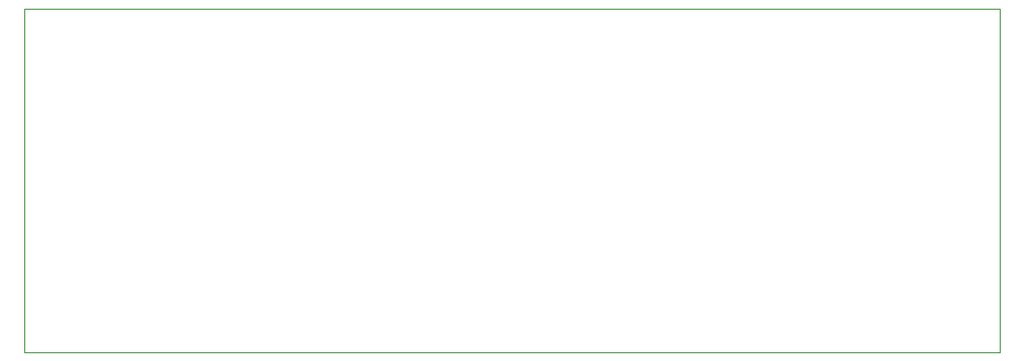
<source format=gbr>
%FSLAX34Y34*%
%MOMM*%
%LNOUTLINE*%
G71*
G01*
%ADD10C,0.002*%
%LPD*%
G54D10*
X0Y0D02*
X850000Y0D01*
X850000Y-300000D01*
X0Y-300000D01*
X0Y0D01*
M02*

</source>
